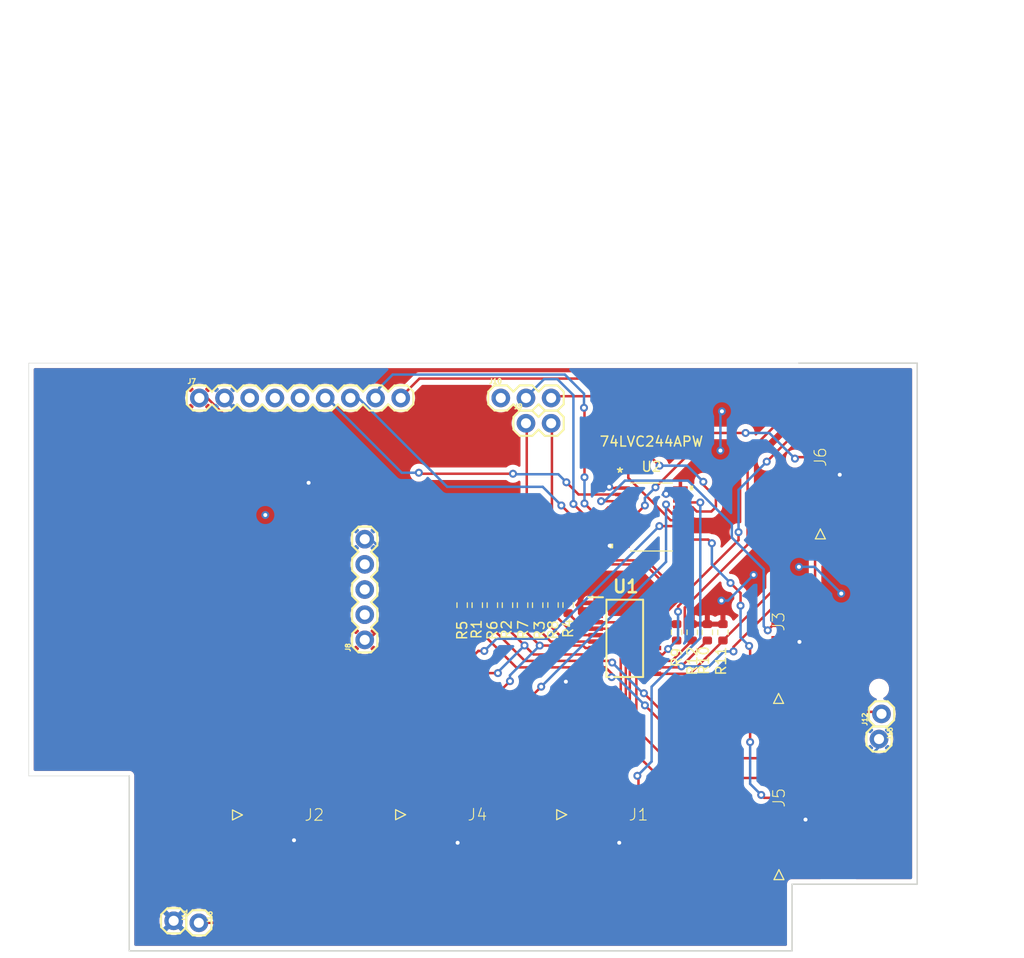
<source format=kicad_pcb>
(kicad_pcb (version 20211014) (generator pcbnew)
  (layers (0 "F.Cu" signal) (31 "B.Cu" signal) (34 "B.Paste" user) (35 "F.Paste" user) (36 "B.SilkS" user "B.Silkscreen") (37 "F.SilkS" user "F.Silkscreen") (38 "B.Mask" user) (39 "F.Mask" user) (44 "Edge.Cuts" user))
  (net 0 "")
  (net 1 "GND")
  (net 2 "/VSOLAR")
  (net 3 "/3V33")
  (net 4 "/SC3")
  (net 5 "/SD3")
  (net 6 "/MOSI")
  (net 7 "/SCK")
  (net 8 "/MISO")
  (net 9 "/PB23")
  (net 10 "/PB22")
  (net 11 "/PA20")
  (net 12 "/PA22")
  (net 13 "/PA17")
  (net 14 "/PA16")
  (net 15 "/PB17")
  (net 16 "/PB16")
  (net 17 "/PA19")
  (net 18 "/CS")
  (net 19 "/CLK")
  (net 20 "/RST")
  (net 21 "+3V3")
  (net 22 "/SD2")
  (net 23 "/SD1")
  (net 24 "/SD0")
  (net 25 "/SC2")
  (net 26 "/SC1")
  (net 27 "/SC0")
  (net 28 "/SC5")
  (net 29 "/SC4")
  (net 30 "/SD4")
  (net 31 "/SD5")
  (net 36 "/3V34")
  (net 37 "/3V35")
  (net 42 "/3V32")
  (net 43 "/3V31")
  (net 44 "/3V30")
  (footprint "SpresensePart2:1X01" (layer "F.Cu") (at 120.8532 149.352 -90)
    (fp_text reference "J16")
    (fp_text value "CONN_01")
  )
  (footprint "footprints:74LVC244APW" (layer "F.Cu") (at 166.5224 108.4072)
    (fp_text reference "U2")
    (fp_text value "74LVC244APW")
  )
  (footprint "Resistor_SMD:R_0603_1608Metric" (layer "F.Cu") (at 150.4696 117.2972 -90)
    (fp_text reference "R6")
    (fp_text value "10K" hide)
  )
  (footprint "Resistor_SMD:R_0603_1608Metric" (layer "F.Cu") (at 158.115 117.285 -90)
    (fp_text reference "R4")
    (fp_text value "10K" hide)
  )
  (footprint "SpresensePart2:1X09" (layer "F.Cu") (at 120.904 96.393)
    (fp_text reference "J7")
    (fp_text value "CONN_09")
  )
  (footprint "SpresensePart2:1X02" (layer "F.Cu") (at 153.8605 98.9457)
    (fp_text reference "J9")
    (fp_text value "CONN_02")
  )
  (footprint "LIB_TCA9548APWR:SOP65P640X120-24N" (layer "F.Cu") (at 163.83 120.65)
    (fp_text reference "U1")
    (fp_text value "TCA9548APWR" hide)
  )
  (footprint "SpresensePart2:2053380005" (layer "F.Cu") (at 132.4991 138.4681 180)
    (fp_text reference "J2")
    (fp_text value "5040500591")
  )
  (footprint "SpresensePart2:1X05" (layer "F.Cu") (at 137.5918 120.8024 90)
    (fp_text reference "J8")
    (fp_text value "CONN_05")
  )
  (footprint "LOGO" (layer "F.Cu") (at 113.7412 123.5964)
    (fp_text reference "G***" hide)
    (fp_text value "LOGO" hide)
  )
  (footprint "Resistor_SMD:R_0603_1608Metric" (layer "F.Cu") (at 147.4216 117.2972 -90)
    (fp_text reference "R5")
    (fp_text value "10K")
  )
  (footprint "SpresensePart2:1X03" (layer "F.Cu") (at 151.3205 96.393)
    (fp_text reference "J10")
    (fp_text value "455-1750-1-ND")
  )
  (footprint "Resistor_SMD:R_0603_1608Metric" (layer "F.Cu") (at 155.0416 117.2972 -90)
    (fp_text reference "R3")
    (fp_text value "10K" hide)
  )
  (footprint "Resistor_SMD:R_0603_1608Metric" (layer "F.Cu") (at 153.5176 117.2972 -90)
    (fp_text reference "R7")
    (fp_text value "10K" hide)
  )
  (footprint "LOGO" (layer "F.Cu") (at 130.6576 126.8984)
    (fp_text reference "G***" hide)
    (fp_text value "LOGO" hide)
  )
  (footprint "SpresensePart2:2053380005" (layer "F.Cu") (at 179.3494 118.9609 -90)
    (fp_text reference "J3")
    (fp_text value "5040500591")
  )
  (footprint "Resistor_SMD:R_0603_1608Metric" (layer "F.Cu") (at 173.736 120.0404 -90)
    (fp_text reference "R11")
    (fp_text value "10K" hide)
  )
  (footprint "Resistor_SMD:R_0603_1608Metric" (layer "F.Cu") (at 156.591 117.285 -90)
    (fp_text reference "R8")
    (fp_text value "10K" hide)
  )
  (footprint "SpresensePart2:2053380005" (layer "F.Cu") (at 183.5658 102.362 -90)
    (fp_text reference "J6")
    (fp_text value "5040500591")
  )
  (footprint "Resistor_SMD:R_0603_1608Metric" (layer "F.Cu") (at 148.9456 117.2972 -90)
    (fp_text reference "R1")
    (fp_text value "10K" hide)
  )
  (footprint "SpresensePart2:1X01" (layer "F.Cu") (at 118.3132 149.1488 -90)
    (fp_text reference "J11")
    (fp_text value "CONN_01")
  )
  (footprint "Resistor_SMD:R_0603_1608Metric" (layer "F.Cu") (at 172.1612 120.0404 -90)
    (fp_text reference "R10")
    (fp_text value "10K" hide)
  )
  (footprint "Resistor_SMD:R_0603_1608Metric" (layer "F.Cu") (at 170.6372 120.0404 -90)
    (fp_text reference "R12")
    (fp_text value "10K" hide)
  )
  (footprint "SpresensePart2:2053380005" (layer "F.Cu") (at 165.2143 138.4427 180)
    (fp_text reference "J1")
    (fp_text value "5040500591")
  )
  (footprint "SpresensePart2:2053380005" (layer "F.Cu") (at 148.9583 138.4427 180)
    (fp_text reference "J4")
    (fp_text value "5040500591")
  )
  (footprint "SpresensePart2:2053380005" (layer "F.Cu") (at 179.3875 136.7409 -90)
    (fp_text reference "J5")
    (fp_text value "5040500591")
  )
  (footprint "Resistor_SMD:R_0603_1608Metric" (layer "F.Cu") (at 151.9936 117.2972 -90)
    (fp_text reference "R2")
    (fp_text value "10K" hide)
  )
  (footprint "SpresensePart2:1X01" (layer "F.Cu") (at 189.738 128.27 90)
    (fp_text reference "J12")
    (fp_text value "CONN_01")
  )
  (footprint "SpresensePart2:1X01" (layer "F.Cu") (at 189.484 130.81 -90)
    (fp_text reference "J15")
    (fp_text value "CONN_01")
  )
  (footprint "Resistor_SMD:R_0603_1608Metric" (layer "F.Cu") (at 169.0624 120.0404 -90)
    (fp_text reference "R9")
    (fp_text value "10K" hide)
  )
  (gr_line (start 179.4891 151.9301) (end 114.2111 151.9301) (layer "F.SilkS") (width 0.001))
  (gr_line (start 114.2111 134.1501) (end 104.0511 134.0866) (layer "F.SilkS") (width 0.001))
  (gr_line (start 181.2671 93.0021) (end 192.6971 93.0021) (layer "F.SilkS") (width 0.001))
  (gr_line (start 114.2111 151.9301) (end 114.2111 134.1501) (layer "F.SilkS") (width 0.001))
  (gr_line (start 192.6971 144.5641) (end 179.4891 144.5641) (layer "F.SilkS") (width 0.001))
  (gr_line (start 179.4891 144.5641) (end 179.4891 151.9301) (layer "F.SilkS") (width 0.001))
  (gr_line (start 181.2671 76.2381) (end 181.2671 93.0021) (layer "F.SilkS") (width 0.001))
  (gr_line (start 192.6971 93.0021) (end 192.6971 144.5641) (layer "F.SilkS") (width 0.001))
  (gr_line (start 103.6828 134.5311) (end 113.8301 134.5311) (layer "Edge.Cuts") (width 0.05))
  (gr_circle (center 133.604 96.393) (end 134.104 96.393) (layer "Edge.Cuts") (width 0.001) (fill none))
  (gr_circle (center 131.064 96.393) (end 131.564 96.393) (layer "Edge.Cuts") (width 0.001) (fill none))
  (gr_line (start 113.8301 152.1841) (end 113.8301 134.5311) (layer "Edge.Cuts") (width 0.1524))
  (gr_circle (center 137.5918 115.7224) (end 138.0918 115.7224) (layer "Edge.Cuts") (width 0.001) (fill none))
  (gr_line (start 180.7083 152.1841) (end 113.8301 152.1841) (layer "Edge.Cuts") (width 0.1524))
  (gr_circle (center 156.4005 98.933) (end 156.9005 98.933) (layer "Edge.Cuts") (width 0.001) (fill none))
  (gr_line (start 181.3941 92.8751) (end 193.3321 92.8751) (layer "Edge.Cuts") (width 0.1524))
  (gr_circle (center 189.484 130.81) (end 189.992 130.81) (layer "Edge.Cuts") (width 0.001) (fill none))
  (gr_circle (center 151.3205 96.393) (end 151.8205 96.393) (layer "Edge.Cuts") (width 0.001) (fill none))
  (gr_circle (center 137.5918 120.8024) (end 138.0918 120.8024) (layer "Edge.Cuts") (width 0.001) (fill none))
  (gr_circle (center 189.484 125.73) (end 189.992 125.73) (layer "Edge.Cuts") (width 0.001) (fill none))
  (gr_circle (center 136.144 96.393) (end 136.644 96.393) (layer "Edge.Cuts") (width 0.001) (fill none))
  (gr_circle (center 137.5918 110.6424) (end 138.0918 110.6424) (layer "Edge.Cuts") (width 0.001) (fill none))
  (gr_circle (center 125.984 96.393) (end 126.484 96.393) (layer "Edge.Cuts") (width 0.001) (fill none))
  (gr_circle (center 138.684 96.393) (end 139.184 96.393) (layer "Edge.Cuts") (width 0.001) (fill none))
  (gr_line (start 180.7083 145.4531) (end 180.7083 152.1841) (layer "Edge.Cuts") (width 0.1524))
  (gr_circle (center 137.5918 113.1824) (end 138.0918 113.1824) (layer "Edge.Cuts") (width 0.001) (fill none))
  (gr_circle (center 153.8605 96.393) (end 154.3605 96.393) (layer "Edge.Cuts") (width 0.001) (fill none))
  (gr_line (start 193.3321 145.4531) (end 180.7083 145.4531) (layer "Edge.Cuts") (width 0.1524))
  (gr_circle (center 123.444 96.393) (end 123.944 96.393) (layer "Edge.Cuts") (width 0.001) (fill none))
  (gr_circle (center 128.524 96.393) (end 129.024 96.393) (layer "Edge.Cuts") (width 0.001) (fill none))
  (gr_circle (center 153.8605 98.933) (end 154.3605 98.933) (layer "Edge.Cuts") (width 0.001) (fill none))
  (gr_line (start 193.3321 92.8751) (end 193.3321 145.4531) (layer "Edge.Cuts") (width 0.1524))
  (gr_line (start 103.6828 92.8751) (end 103.6828 134.5311) (layer "Edge.Cuts") (width 0.05))
  (gr_circle (center 137.5918 118.2624) (end 138.0918 118.2624) (layer "Edge.Cuts") (width 0.001) (fill none))
  (gr_line (start 181.3941 92.8751) (end 103.6828 92.8751) (layer "Edge.Cuts") (width 0.05))
  (gr_circle (center 141.224 96.393) (end 141.724 96.393) (layer "Edge.Cuts") (width 0.001) (fill none))
  (gr_circle (center 120.904 96.393) (end 121.404 96.393) (layer "Edge.Cuts") (width 0.001) (fill none))
  (gr_circle (center 189.738 128.27) (end 190.246 128.27) (layer "Edge.Cuts") (width 0.001) (fill none))
  (gr_circle (center 156.4005 96.393) (end 156.9005 96.393) (layer "Edge.Cuts") (width 0.001) (fill none))
  (segment (start 163.6014 111.332198) (end 162.335398 111.332198) (width 0.25) (layer "F.Cu") (net 1))
  (segment (start 163.2143 138.4427) (end 163.2143 141.2179) (width 0.25) (layer "F.Cu") (net 1))
  (segment (start 163.6014 105.4822) (end 162.3782 105.4822) (width 0.25) (layer "F.Cu") (net 1))
  (segment (start 162.335398 111.332198) (end 162.306 111.3028) (width 0.25) (layer "F.Cu") (net 1))
  (segment (start 181.8701 138.7409) (end 182.0672 138.938) (width 0.25) (layer "F.Cu") (net 1))
  (segment (start 179.3875 138.7409) (end 181.8701 138.7409) (width 0.25) (layer "F.Cu") (net 1))
  (segment (start 163.2143 141.2179) (end 163.2712 141.2748) (width 0.25) (layer "F.Cu") (net 1))
  (segment (start 185.2996 104.362) (end 185.5216 104.14) (width 0.25) (layer "F.Cu") (net 1))
  (segment (start 146.9583 141.2687) (end 146.9644 141.2748) (width 0.25) (layer "F.Cu") (net 1))
  (segment (start 183.5658 104.362) (end 185.2996 104.362) (width 0.25) (layer "F.Cu") (net 1))
  (segment (start 168.057401 106.132201) (end 167.9956 106.0704) (width 0.25) (layer "F.Cu") (net 1))
  (segment (start 160.892 124.225) (end 158.6802 124.225) (width 0.25) (layer "F.Cu") (net 1))
  (segment (start 158.6802 124.225) (end 157.8864 125.0188) (width 0.25) (layer "F.Cu") (net 1))
  (segment (start 130.4991 140.9761) (end 130.4544 141.0208) (width 0.25) (layer "F.Cu") (net 1))
  (segment (start 162.3782 105.4822) (end 162.2552 105.3592) (width 0.25) (layer "F.Cu") (net 1))
  (segment (start 130.4991 138.4681) (end 130.4991 140.9761) (width 0.25) (layer "F.Cu") (net 1))
  (segment (start 146.9583 138.4427) (end 146.9583 141.2687) (width 0.25) (layer "F.Cu") (net 1))
  (segment (start 169.4434 106.132201) (end 168.057401 106.132201) (width 0.25) (layer "F.Cu") (net 1))
  (segment (start 179.3494 120.9609) (end 181.4129 120.9609) (width 0.25) (layer "F.Cu") (net 1))
  (segment (start 181.4129 120.9609) (end 181.4576 121.0056) (width 0.25) (layer "F.Cu") (net 1))
  (via (at 185.5216 104.14) (size 0.8) (drill 0.4) (layers "F.Cu" "B.Cu") (net 1))
  (via (at 162.2552 105.3592) (size 0.8) (drill 0.4) (layers "F.Cu" "B.Cu") (net 1))
  (via (at 146.9644 141.2748) (size 0.8) (drill 0.4) (layers "F.Cu" "B.Cu") (net 1))
  (via (at 157.8864 125.0188) (size 0.8) (drill 0.4) (layers "F.Cu" "B.Cu") (net 1))
  (via (at 130.4544 141.0208) (size 0.8) (drill 0.4) (layers "F.Cu" "B.Cu") (net 1))
  (via (at 163.2712 141.2748) (size 0.8) (drill 0.4) (layers "F.Cu" "B.Cu") (net 1))
  (via (at 167.9956 106.0704) (size 0.8) (drill 0.4) (layers "F.Cu" "B.Cu") (net 1))
  (via (at 162.306 111.3028) (size 0.8) (drill 0.4) (layers "F.Cu" "B.Cu") (net 1))
  (via (at 181.4576 121.0056) (size 0.8) (drill 0.4) (layers "F.Cu" "B.Cu") (net 1))
  (via (at 182.0672 138.938) (size 0.8) (drill 0.4) (layers "F.Cu" "B.Cu") (net 1))
  (via (at 131.9276 104.9528) (size 0.8) (drill 0.4) (layers "F.Cu" "B.Cu") (net 1))
  (segment (start 124.1044 97.1296) (end 124.0028 97.1296) (width 0.25) (layer "B.Cu") (net 1))
  (segment (start 131.9276 104.9528) (end 124.1044 97.1296) (width 0.25) (layer "B.Cu") (net 1))
  (segment (start 138.8872 111.3028) (end 138.4808 110.8964) (width 0.25) (layer "B.Cu") (net 1))
  (segment (start 182.155978 138.938) (end 189.584555 131.509423) (width 0.25) (layer "B.Cu") (net 1))
  (segment (start 162.306 111.3028) (end 138.8872 111.3028) (width 0.25) (layer "B.Cu") (net 1))
  (segment (start 182.0672 138.938) (end 182.155978 138.938) (width 0.25) (layer "B.Cu") (net 1))
  (segment (start 128.8796 142.5448) (end 128.8796 143.8474) (width 0.25) (layer "F.Cu") (net 2))
  (segment (start 171.1203 140.7409) (end 179.3875 140.7409) (width 0.25) (layer "F.Cu") (net 2))
  (segment (start 128.8796 142.5448) (end 137.0584 142.5448) (width 0.25) (layer "F.Cu") (net 2))
  (segment (start 161.2143 138.4427) (end 161.2143 142.0627) (width 0.25) (layer "F.Cu") (net 2))
  (segment (start 128.4991 142.1643) (end 128.8796 142.5448) (width 0.25) (layer "F.Cu") (net 2))
  (segment (start 157.6705 138.4427) (end 161.2143 138.4427) (width 0.25) (layer "F.Cu") (net 2))
  (segment (start 183.8452 128.0668) (end 188.8236 128.0668) (width 0.25) (layer "F.Cu") (net 2))
  (segment (start 168.8084 143.0528) (end 171.1203 140.7409) (width 0.25) (layer "F.Cu") (net 2))
  (segment (start 181.2036 133.9596) (end 181.2036 126.238) (width 0.25) (layer "F.Cu") (net 2))
  (segment (start 181.6359 122.9609) (end 183.0324 121.5644) (width 0.25) (layer "F.Cu") (net 2))
  (segment (start 183.0324 106.8954) (end 183.5658 106.362) (width 0.25) (layer "F.Cu") (net 2))
  (segment (start 183.7944 136.5504) (end 181.2036 133.9596) (width 0.25) (layer "F.Cu") (net 2))
  (segment (start 141.1605 138.4427) (end 144.9583 138.4427) (width 0.25) (layer "F.Cu") (net 2))
  (segment (start 153.4668 142.6464) (end 157.6705 138.4427) (width 0.25) (layer "F.Cu") (net 2))
  (segment (start 183.7944 139.5476) (end 183.7944 136.5504) (width 0.25) (layer "F.Cu") (net 2))
  (segment (start 162.2044 143.0528) (end 168.8084 143.0528) (width 0.25) (layer "F.Cu") (net 2))
  (segment (start 123.375 149.352) (end 120.8532 149.352) (width 0.25) (layer "F.Cu") (net 2))
  (segment (start 181.2036 126.238) (end 182.0164 126.238) (width 0.25) (layer "F.Cu") (net 2))
  (segment (start 179.3494 124.3838) (end 179.3494 122.9609) (width 0.25) (layer "F.Cu") (net 2))
  (segment (start 144.9583 141.6055) (end 145.9992 142.6464) (width 0.25) (layer "F.Cu") (net 2))
  (segment (start 144.9583 138.4427) (end 144.9583 141.6055) (width 0.25) (layer "F.Cu") (net 2))
  (segment (start 183.0324 121.5644) (end 183.0324 106.8954) (width 0.25) (layer "F.Cu") (net 2))
  (segment (start 145.9992 142.6464) (end 153.4668 142.6464) (width 0.25) (layer "F.Cu") (net 2))
  (segment (start 137.0584 142.5448) (end 141.1605 138.4427) (width 0.25) (layer "F.Cu") (net 2))
  (segment (start 161.2143 142.0627) (end 162.2044 143.0528) (width 0.25) (layer "F.Cu") (net 2))
  (segment (start 128.8796 143.8474) (end 123.375 149.352) (width 0.25) (layer "F.Cu") (net 2))
  (segment (start 182.0164 126.238) (end 183.8452 128.0668) (width 0.25) (layer "F.Cu") (net 2))
  (segment (start 181.2036 126.238) (end 179.3494 124.3838) (width 0.25) (layer "F.Cu") (net 2))
  (segment (start 182.6011 140.7409) (end 183.7944 139.5476) (width 0.25) (layer "F.Cu") (net 2))
  (segment (start 179.3494 122.9609) (end 181.6359 122.9609) (width 0.25) (layer "F.Cu") (net 2))
  (segment (start 179.3875 140.7409) (end 182.6011 140.7409) (width 0.25) (layer "F.Cu") (net 2))
  (segment (start 128.4991 138.4681) (end 128.4991 142.1643) (width 0.25) (layer "F.Cu") (net 2))
  (segment (start 176.4792 131.1148) (end 176.4792 121.5136) (width 0.25) (layer "F.Cu") (net 3))
  (segment (start 179.3875 136.7409) (end 177.8889 136.7409) (width 0.25) (layer "F.Cu") (net 3))
  (segment (start 176.4792 121.5136) (end 176.3776 121.412) (width 0.25) (layer "F.Cu") (net 3))
  (segment (start 172.6184 111.0488) (end 172.251802 110.682202) (width 0.25) (layer "F.Cu") (net 3))
  (segment (start 175.514 117.348) (end 175.514 116.078) (width 0.25) (layer "F.Cu") (net 3))
  (segment (start 175.514 116.078) (end 174.498 115.062) (width 0.25) (layer "F.Cu") (net 3))
  (segment (start 177.8889 136.7409) (end 177.5968 136.4488) (width 0.25) (layer "F.Cu") (net 3))
  (segment (start 172.251802 110.682202) (end 169.4434 110.682202) (width 0.25) (layer "F.Cu") (net 3))
  (via (at 177.5968 136.4488) (size 0.8) (drill 0.4) (layers "F.Cu" "B.Cu") (net 3))
  (via (at 176.4792 131.1148) (size 0.8) (drill 0.4) (layers "F.Cu" "B.Cu") (net 3))
  (via (at 172.6184 111.0488) (size 0.8) (drill 0.4) (layers "F.Cu" "B.Cu") (net 3))
  (via (at 174.498 115.062) (size 0.8) (drill 0.4) (layers "F.Cu" "B.Cu") (net 3))
  (via (at 176.3776 121.412) (size 0.8) (drill 0.4) (layers "F.Cu" "B.Cu") (net 3))
  (via (at 175.514 117.348) (size 0.8) (drill 0.4) (layers "F.Cu" "B.Cu") (net 3))
  (segment (start 175.514 120.5484) (end 175.514 117.348) (width 0.25) (layer "B.Cu") (net 3))
  (segment (start 176.4792 135.3312) (end 176.4792 131.1148) (width 0.25) (layer "B.Cu") (net 3))
  (segment (start 172.6184 113.1824) (end 172.6184 111.0488) (width 0.25) (layer "B.Cu") (net 3))
  (segment (start 177.5968 136.4488) (end 176.4792 135.3312) (width 0.25) (layer "B.Cu") (net 3))
  (segment (start 176.3776 121.412) (end 175.514 120.5484) (width 0.25) (layer "B.Cu") (net 3))
  (segment (start 174.498 115.062) (end 172.6184 113.1824) (width 0.25) (layer "B.Cu") (net 3))
  (segment (start 161.8795 123.575) (end 162.5092 124.2047) (width 0.25) (layer "F.Cu") (net 4))
  (segment (start 160.892 123.575) (end 152.8744 123.575) (width 0.25) (layer "F.Cu") (net 4))
  (segment (start 160.892 123.575) (end 161.8795 123.575) (width 0.25) (layer "F.Cu") (net 4))
  (segment (start 162.5092 124.2047) (end 162.5092 124.5616) (width 0.25) (layer "F.Cu") (net 4))
  (segment (start 165.862 127.4064) (end 171.958 133.5024) (width 0.25) (layer "F.Cu") (net 4))
  (segment (start 172.0088 133.5024) (end 173.2473 134.7409) (width 0.25) (layer "F.Cu") (net 4))
  (segment (start 171.958 133.5024) (end 172.0088 133.5024) (width 0.25) (layer "F.Cu") (net 4))
  (segment (start 173.2473 134.7409) (end 179.3875 134.7409) (width 0.25) (layer "F.Cu") (net 4))
  (segment (start 152.8744 123.575) (end 147.4216 118.1222) (width 0.25) (layer "F.Cu") (net 4))
  (via (at 162.5092 124.5616) (size 0.8) (drill 0.4) (layers "F.Cu" "B.Cu") (net 4))
  (via (at 165.862 127.4064) (size 0.8) (drill 0.4) (layers "F.Cu" "B.Cu") (net 4))
  (segment (start 162.5092 124.5616) (end 163.0172 124.5616) (width 0.25) (layer "B.Cu") (net 4))
  (segment (start 163.0172 124.5616) (end 165.862 127.4064) (width 0.25) (layer "B.Cu") (net 4))
  (segment (start 165.7604 126.1872) (end 172.3141 132.7409) (width 0.25) (layer "F.Cu") (net 5))
  (segment (start 162.3966 122.925) (end 162.56 123.0884) (width 0.25) (layer "F.Cu") (net 5))
  (segment (start 160.892 122.925) (end 153.7484 122.925) (width 0.25) (layer "F.Cu") (net 5))
  (segment (start 160.892 122.925) (end 162.3966 122.925) (width 0.25) (layer "F.Cu") (net 5))
  (segment (start 172.3141 132.7409) (end 179.3875 132.7409) (width 0.25) (layer "F.Cu") (net 5))
  (segment (start 153.7484 122.925) (end 148.9456 118.1222) (width 0.25) (layer "F.Cu") (net 5))
  (via (at 162.56 123.0884) (size 0.8) (drill 0.4) (layers "F.Cu" "B.Cu") (net 5))
  (via (at 165.7604 126.1872) (size 0.8) (drill 0.4) (layers "F.Cu" "B.Cu") (net 5))
  (segment (start 165.6588 126.1872) (end 165.7604 126.1872) (width 0.25) (layer "B.Cu") (net 5))
  (segment (start 162.56 123.0884) (end 165.6588 126.1872) (width 0.25) (layer "B.Cu") (net 5))
  (segment (start 143.1544 104.0384) (end 143.0528 103.9368) (width 0.25) (layer "F.Cu") (net 9))
  (segment (start 163.6014 106.132201) (end 159.167401 106.132201) (width 0.25) (layer "F.Cu") (net 9))
  (segment (start 152.5524 104.0384) (end 143.1544 104.0384) (width 0.25) (layer "F.Cu") (net 9))
  (segment (start 159.167401 106.132201) (end 157.9372 104.902) (width 0.25) (layer "F.Cu") (net 9))
  (via (at 152.5524 104.0384) (size 0.8) (drill 0.4) (layers "F.Cu" "B.Cu") (net 9))
  (via (at 157.9372 104.902) (size 0.8) (drill 0.4) (layers "F.Cu" "B.Cu") (net 9))
  (via (at 143.0528 103.9368) (size 0.8) (drill 0.4) (layers "F.Cu" "B.Cu") (net 9))
  (segment (start 143.0528 103.9368) (end 141.3256 103.9368) (width 0.25) (layer "B.Cu") (net 9))
  (segment (start 141.3256 103.9368) (end 134.366 96.9772) (width 0.25) (layer "B.Cu") (net 9))
  (segment (start 157.9372 104.902) (end 157.1244 104.0892) (width 0.25) (layer "B.Cu") (net 9))
  (segment (start 153.3144 104.0892) (end 152.6032 104.0892) (width 0.25) (layer "B.Cu") (net 9))
  (segment (start 152.6032 104.0892) (end 152.5524 104.0384) (width 0.25) (layer "B.Cu") (net 9))
  (segment (start 157.1244 104.0892) (end 153.3144 104.0892) (width 0.25) (layer "B.Cu") (net 9))
  (segment (start 163.6014 110.032198) (end 160.222598 110.032198) (width 0.25) (layer "F.Cu") (net 10))
  (segment (start 160.222598 110.032198) (end 157.4292 107.2388) (width 0.25) (layer "F.Cu") (net 10))
  (via (at 157.4292 107.2388) (size 0.8) (drill 0.4) (layers "F.Cu" "B.Cu") (net 10))
  (segment (start 155.5496 105.3592) (end 145.911776 105.3592) (width 0.25) (layer "B.Cu") (net 10))
  (segment (start 145.911776 105.3592) (end 136.84163 96.289054) (width 0.25) (layer "B.Cu") (net 10))
  (segment (start 157.4292 107.2388) (end 155.5496 105.3592) (width 0.25) (layer "B.Cu") (net 10))
  (segment (start 136.84163 96.289054) (end 136.84163 96.125161) (width 0.25) (layer "B.Cu") (net 10))
  (segment (start 136.84163 96.125161) (end 136.731744 96.015275) (width 0.25) (layer "B.Cu") (net 10))
  (segment (start 159.766 104.394) (end 159.766 97.4344) (width 0.25) (layer "F.Cu") (net 11))
  (segment (start 161.6964 107.8992) (end 160.6296 107.8992) (width 0.25) (layer "F.Cu") (net 11))
  (segment (start 162.163399 107.432201) (end 161.6964 107.8992) (width 0.25) (layer "F.Cu") (net 11))
  (segment (start 160.6296 107.8992) (end 159.766 107.0356) (width 0.25) (layer "F.Cu") (net 11))
  (segment (start 163.6014 107.432201) (end 162.163399 107.432201) (width 0.25) (layer "F.Cu") (net 11))
  (segment (start 159.766 97.4344) (end 159.7152 97.3836) (width 0.25) (layer "F.Cu") (net 11))
  (via (at 159.766 107.0356) (size 0.8) (drill 0.4) (layers "F.Cu" "B.Cu") (net 11))
  (via (at 159.766 104.394) (size 0.8) (drill 0.4) (layers "F.Cu" "B.Cu") (net 11))
  (via (at 159.7152 97.3836) (size 0.8) (drill 0.4) (layers "F.Cu" "B.Cu") (net 11))
  (segment (start 159.7152 97.3836) (end 159.7152 95.9612) (width 0.25) (layer "B.Cu") (net 11))
  (segment (start 159.766 107.0356) (end 159.766 104.394) (width 0.25) (layer "B.Cu") (net 11))
  (segment (start 159.7152 95.9612) (end 157.7848 94.0308) (width 0.25) (layer "B.Cu") (net 11))
  (segment (start 140.4112 94.0308) (end 139.0396 95.4024) (width 0.25) (layer "B.Cu") (net 11))
  (segment (start 139.0396 95.4024) (end 139.0396 95.504) (width 0.25) (layer "B.Cu") (net 11))
  (segment (start 157.7848 94.0308) (end 140.4112 94.0308) (width 0.25) (layer "B.Cu") (net 11))
  (segment (start 166.2684 102.1588) (end 166.2684 96.1644) (width 0.25) (layer "F.Cu") (net 12))
  (segment (start 164.5412 94.4372) (end 143.109313 94.4372) (width 0.25) (layer "F.Cu") (net 12))
  (segment (start 167.3352 103.2256) (end 166.2684 102.1588) (width 0.25) (layer "F.Cu") (net 12))
  (segment (start 173.0248 106.426) (end 173.0248 107.3912) (width 0.25) (layer "F.Cu") (net 12))
  (segment (start 171.7548 105.156) (end 173.0248 106.426) (width 0.25) (layer "F.Cu") (net 12))
  (segment (start 171.7548 104.8512) (end 171.7548 105.156) (width 0.25) (layer "F.Cu") (net 12))
  (segment (start 143.109313 94.4372) (end 141.681522 95.864991) (width 0.25) (layer "F.Cu") (net 12))
  (segment (start 170.678201 107.432201) (end 169.4434 107.432201) (width 0.25) (layer "F.Cu") (net 12))
  (segment (start 173.0248 107.3912) (end 172.5676 107.8484) (width 0.25) (layer "F.Cu") (net 12))
  (segment (start 171.0944 107.8484) (end 170.678201 107.432201) (width 0.25) (layer "F.Cu") (net 12))
  (segment (start 172.5676 107.8484) (end 171.0944 107.8484) (width 0.25) (layer "F.Cu") (net 12))
  (segment (start 166.2684 96.1644) (end 164.5412 94.4372) (width 0.25) (layer "F.Cu") (net 12))
  (via (at 167.3352 103.2256) (size 0.8) (drill 0.4) (layers "F.Cu" "B.Cu") (net 12))
  (via (at 171.7548 104.8512) (size 0.8) (drill 0.4) (layers "F.Cu" "B.Cu") (net 12))
  (segment (start 170.1292 103.2256) (end 167.3352 103.2256) (width 0.25) (layer "B.Cu") (net 12))
  (segment (start 171.7548 104.8512) (end 170.1292 103.2256) (width 0.25) (layer "B.Cu") (net 12))
  (segment (start 167.771 117.725) (end 168.8592 116.6368) (width 0.25) (layer "F.Cu") (net 13))
  (segment (start 157.0736 113.1824) (end 153.939965 110.048765) (width 0.25) (layer "F.Cu") (net 13))
  (segment (start 168.8592 116.1796) (end 165.862 113.1824) (width 0.25) (layer "F.Cu") (net 13))
  (segment (start 165.862 113.1824) (end 157.0736 113.1824) (width 0.25) (layer "F.Cu") (net 13))
  (segment (start 153.939965 99.64298) (end 153.958144 99.624801) (width 0.25) (layer "F.Cu") (net 13))
  (segment (start 153.939965 110.048765) (end 153.939965 99.64298) (width 0.25) (layer "F.Cu") (net 13))
  (segment (start 166.768 117.725) (end 167.771 117.725) (width 0.25) (layer "F.Cu") (net 13))
  (segment (start 168.8592 116.6368) (end 168.8592 116.1796) (width 0.25) (layer "F.Cu") (net 13))
  (segment (start 156.479965 111.830765) (end 156.479965 99.64298) (width 0.25) (layer "F.Cu") (net 14))
  (segment (start 169.2616 116.80348) (end 169.2616 116.01292) (width 0.25) (layer "F.Cu") (net 14))
  (segment (start 156.479965 99.64298) (end 156.498144 99.624801) (width 0.25) (layer "F.Cu") (net 14))
  (segment (start 166.02868 112.78) (end 157.4292 112.78) (width 0.25) (layer "F.Cu") (net 14))
  (segment (start 157.4292 112.78) (end 156.479965 111.830765) (width 0.25) (layer "F.Cu") (net 14))
  (segment (start 169.2616 116.01292) (end 166.02868 112.78) (width 0.25) (layer "F.Cu") (net 14))
  (segment (start 166.768 118.375) (end 167.69008 118.375) (width 0.25) (layer "F.Cu") (net 14))
  (segment (start 167.69008 118.375) (end 169.2616 116.80348) (width 0.25) (layer "F.Cu") (net 14))
  (segment (start 160.294198 108.732198) (end 158.6484 107.0864) (width 0.25) (layer "F.Cu") (net 16))
  (segment (start 163.6014 108.732198) (end 160.294198 108.732198) (width 0.25) (layer "F.Cu") (net 16))
  (via (at 158.6484 107.0864) (size 0.8) (drill 0.4) (layers "F.Cu" "B.Cu") (net 16))
  (segment (start 157.0228 94.488) (end 155.695013 94.488) (width 0.25) (layer "B.Cu") (net 16))
  (segment (start 158.6484 96.1136) (end 157.0228 94.488) (width 0.25) (layer "B.Cu") (net 16))
  (segment (start 158.6484 107.0864) (end 158.6484 96.1136) (width 0.25) (layer "B.Cu") (net 16))
  (segment (start 155.695013 94.488) (end 154.318022 95.864991) (width 0.25) (layer "B.Cu") (net 16))
  (segment (start 164.1856 104.461001) (end 164.1856 97.282) (width 0.25) (layer "F.Cu") (net 17))
  (segment (start 164.1856 97.282) (end 163.1188 96.2152) (width 0.25) (layer "F.Cu") (net 17))
  (segment (start 163.1188 96.2152) (end 157.3784 96.2152) (width 0.25) (layer "F.Cu") (net 17))
  (segment (start 169.4434 108.732201) (end 168.4568 108.732201) (width 0.25) (layer "F.Cu") (net 17))
  (segment (start 168.4568 108.732201) (end 164.1856 104.461001) (width 0.25) (layer "F.Cu") (net 17))
  (segment (start 121.60163 96.289054) (end 121.60163 96.125161) (width 0.25) (layer "F.Cu") (net 21))
  (segment (start 166.768 119.025) (end 168.872 119.025) (width 0.25) (layer "F.Cu") (net 21))
  (segment (start 166.768 117.075) (end 165.7805 117.075) (width 0.25) (layer "F.Cu") (net 21))
  (segment (start 168.872 119.025) (end 169.0624 119.2154) (width 0.25) (layer "F.Cu") (net 21))
  (segment (start 142.303 116.4722) (end 138.43 120.3452) (width 0.25) (layer "F.Cu") (net 21))
  (segment (start 127.5588 108.204) (end 127.5588 102.246224) (width 0.25) (layer "F.Cu") (net 21))
  (segment (start 127.5588 102.246224) (end 121.60163 96.289054) (width 0.25) (layer "F.Cu") (net 21))
  (segment (start 165.9134 119.025) (end 166.768 119.025) (width 0.25) (layer "F.Cu") (net 21))
  (segment (start 165.354 118.4656) (end 165.9134 119.025) (width 0.25) (layer "F.Cu") (net 21))
  (segment (start 121.60163 96.125161) (end 121.491744 96.015275) (width 0.25) (layer "F.Cu") (net 21))
  (segment (start 147.4216 116.4722) (end 142.303 116.4722) (width 0.25) (layer "F.Cu") (net 21))
  (segment (start 165.7805 117.075) (end 165.354 117.5015) (width 0.25) (layer "F.Cu") (net 21))
  (segment (start 165.354 117.5015) (end 165.354 118.4656) (width 0.25) (layer "F.Cu") (net 21))
  (via (at 185.674 116.1288) (size 0.8) (drill 0.4) (layers "F.Cu" "B.Cu") (net 21))
  (via (at 127.5588 108.204) (size 0.8) (drill 0.4) (layers "F.Cu" "B.Cu") (net 21))
  (via (at 173.5836 116.84) (size 0.8) (drill 0.4) (layers "F.Cu" "B.Cu") (net 21))
  (via (at 176.8348 114.2492) (size 0.8) (drill 0.4) (layers "F.Cu" "B.Cu") (net 21))
  (via (at 173.482 101.7016) (size 0.8) (drill 0.4) (layers "F.Cu" "B.Cu") (net 21))
  (via (at 181.4068 113.4364) (size 0.8) (drill 0.4) (layers "F.Cu" "B.Cu") (net 21))
  (via (at 173.6344 97.7392) (size 0.8) (drill 0.4) (layers "F.Cu" "B.Cu") (net 21))
  (segment (start 173.482 101.7016) (end 173.482 97.8916) (width 0.25) (layer "B.Cu") (net 21))
  (segment (start 182.9816 113.4364) (end 185.674 116.1288) (width 0.25) (layer "B.Cu") (net 21))
  (segment (start 173.5836 116.84) (end 174.244 116.84) (width 0.25) (layer "B.Cu") (net 21))
  (segment (start 174.244 116.84) (end 176.8348 114.2492) (width 0.25) (layer "B.Cu") (net 21))
  (segment (start 173.482 97.8916) (end 173.6344 97.7392) (width 0.25) (layer "B.Cu") (net 21))
  (segment (start 181.4068 113.4364) (end 182.9816 113.4364) (width 0.25) (layer "B.Cu") (net 21))
  (segment (start 152.2476 124.968) (end 138.7475 138.4681) (width 0.25) (layer "F.Cu") (net 22))
  (segment (start 138.7475 138.4681) (end 136.4991 138.4681) (width 0.25) (layer "F.Cu") (net 22))
  (segment (start 159.6136 121.3774) (end 155.2488 121.3774) (width 0.25) (layer "F.Cu") (net 22))
  (segment (start 155.2488 121.3774) (end 151.9936 118.1222) (width 0.25) (layer "F.Cu") (net 22))
  (segment (start 160.892 121.625) (end 159.8612 121.625) (width 0.25) (layer "F.Cu") (net 22))
  (segment (start 159.8612 121.625) (end 159.6136 121.3774) (width 0.25) (layer "F.Cu") (net 22))
  (via (at 152.2476 124.968) (size 0.8) (drill 0.4) (layers "F.Cu" "B.Cu") (net 22))
  (via (at 155.2488 121.3774) (size 0.8) (drill 0.4) (layers "F.Cu" "B.Cu") (net 22))
  (segment (start 152.2476 124.3786) (end 152.2476 124.968) (width 0.25) (layer "B.Cu") (net 22))
  (segment (start 155.2488 121.3774) (end 152.2476 124.3786) (width 0.25) (layer "B.Cu") (net 22))
  (segment (start 161.8997 120.3452) (end 163.5252 120.3452) (width 0.25) (layer "F.Cu") (net 23))
  (segment (start 163.9356 120.7556) (end 163.9356 127.3008) (width 0.25) (layer "F.Cu") (net 23))
  (segment (start 160.892 120.325) (end 157.2444 120.325) (width 0.25) (layer "F.Cu") (net 23))
  (segment (start 157.2444 120.325) (end 155.0416 118.1222) (width 0.25) (layer "F.Cu") (net 23))
  (segment (start 152.9583 138.2781) (end 152.9583 138.4427) (width 0.25) (layer "F.Cu") (net 23))
  (segment (start 163.5252 120.3452) (end 163.9356 120.7556) (width 0.25) (layer "F.Cu") (net 23))
  (segment (start 163.9356 127.3008) (end 152.9583 138.2781) (width 0.25) (layer "F.Cu") (net 23))
  (segment (start 161.8795 120.325) (end 161.8997 120.3452) (width 0.25) (layer "F.Cu") (net 23))
  (segment (start 160.892 120.325) (end 161.8795 120.325) (width 0.25) (layer "F.Cu") (net 23))
  (segment (start 164.9984 119.7864) (end 164.9984 129.794) (width 0.25) (layer "F.Cu") (net 24))
  (segment (start 164.237 119.025) (end 164.9984 119.7864) (width 0.25) (layer "F.Cu") (net 24))
  (segment (start 159.03 119.025) (end 158.115 118.11) (width 0.25) (layer "F.Cu") (net 24))
  (segment (start 169.2143 134.0099) (end 169.2143 138.4427) (width 0.25) (layer "F.Cu") (net 24))
  (segment (start 160.892 119.025) (end 159.03 119.025) (width 0.25) (layer "F.Cu") (net 24))
  (segment (start 164.9984 129.794) (end 169.2143 134.0099) (width 0.25) (layer "F.Cu") (net 24))
  (segment (start 160.892 119.025) (end 164.237 119.025) (width 0.25) (layer "F.Cu") (net 24))
  (segment (start 148.812 124.1552) (end 134.4991 138.4681) (width 0.25) (layer "F.Cu") (net 25))
  (segment (start 154.6224 122.275) (end 153.7147 121.3673) (width 0.25) (layer "F.Cu") (net 25))
  (segment (start 153.7147 121.3673) (end 150.4696 118.1222) (width 0.25) (layer "F.Cu") (net 25))
  (segment (start 160.892 122.275) (end 154.6224 122.275) (width 0.25) (layer "F.Cu") (net 25))
  (segment (start 151.0284 124.1552) (end 148.812 124.1552) (width 0.25) (layer "F.Cu") (net 25))
  (via (at 153.7147 121.3673) (size 0.8) (drill 0.4) (layers "F.Cu" "B.Cu") (net 25))
  (via (at 151.0284 124.1552) (size 0.8) (drill 0.4) (layers "F.Cu" "B.Cu") (net 25))
  (segment (start 151.0284 124.0536) (end 151.0284 124.1552) (width 0.25) (layer "B.Cu") (net 25))
  (segment (start 153.7147 121.3673) (end 151.0284 124.0536) (width 0.25) (layer "B.Cu") (net 25))
  (segment (start 160.892 120.975) (end 162.6818 120.975) (width 0.25) (layer "F.Cu") (net 26))
  (segment (start 163.4236 121.7168) (end 163.4236 125.9774) (width 0.25) (layer "F.Cu") (net 26))
  (segment (start 160.892 120.975) (end 156.3704 120.975) (width 0.25) (layer "F.Cu") (net 26))
  (segment (start 156.3704 120.975) (end 153.5176 118.1222) (width 0.25) (layer "F.Cu") (net 26))
  (segment (start 162.6818 120.975) (end 163.4236 121.7168) (width 0.25) (layer "F.Cu") (net 26))
  (segment (start 163.4236 125.9774) (end 150.9583 138.4427) (width 0.25) (layer "F.Cu") (net 26))
  (segment (start 160.892 119.675) (end 161.8795 119.675) (width 0.25) (layer "F.Cu") (net 27))
  (segment (start 161.8795 119.675) (end 161.8893 119.6848) (width 0.25) (layer "F.Cu") (net 27))
  (segment (start 161.8893 119.6848) (end 164.1348 119.6848) (width 0.25) (layer "F.Cu") (net 27))
  (segment (start 156.591 118.11) (end 158.156 119.675) (width 0.25) (layer "F.Cu") (net 27))
  (segment (start 158.156 119.675) (end 160.892 119.675) (width 0.25) (layer "F.Cu") (net 27))
  (segment (start 167.2143 134.5499) (end 167.2143 138.4427) (width 0.25) (layer "F.Cu") (net 27))
  (segment (start 164.338 119.888) (end 164.338 131.6736) (width 0.25) (layer "F.Cu") (net 27))
  (segment (start 164.1348 119.6848) (end 164.338 119.888) (width 0.25) (layer "F.Cu") (net 27))
  (segment (start 164.338 131.6736) (end 167.2143 134.5499) (width 0.25) (layer "F.Cu") (net 27))
  (segment (start 168.2049 121.7229) (end 169.0624 120.8654) (width 0.25) (layer "F.Cu") (net 28))
  (segment (start 180.6128 100.362) (end 178.1556 102.8192) (width 0.25) (layer "F.Cu") (net 28))
  (segment (start 170.02246 116.6117) (end 169.2079 117.42626) (width 0.25) (layer "F.Cu") (net 28))
  (segment (start 183.5658 100.362) (end 180.6128 100.362) (width 0.25) (layer "F.Cu") (net 28))
  (segment (start 166.768 122.275) (end 167.6528 122.275) (width 0.25) (layer "F.Cu") (net 28))
  (segment (start 169.2079 117.42626) (end 169.2079 117.9576) (width 0.25) (layer "F.Cu") (net 28))
  (segment (start 170.02246 116.02206) (end 170.02246 116.6117) (width 0.25) (layer "F.Cu") (net 28))
  (segment (start 175.3108 109.9312) (end 175.3108 110.73372) (width 0.25) (layer "F.Cu") (net 28))
  (segment (start 175.3108 110.73372) (end 170.02246 116.02206) (width 0.25) (layer "F.Cu") (net 28))
  (segment (start 167.6528 122.275) (end 168.2049 121.7229) (width 0.25) (layer "F.Cu") (net 28))
  (via (at 175.3108 109.9312) (size 0.8) (drill 0.4) (layers "F.Cu" "B.Cu") (net 28))
  (via (at 178.1556 102.8192) (size 0.8) (drill 0.4) (layers "F.Cu" "B.Cu") (net 28))
  (via (at 168.2049 121.7229) (size 0.8) (drill 0.4) (layers "F.Cu" "B.Cu") (net 28))
  (via (at 169.2079 117.9576) (size 0.8) (drill 0.4) (layers "F.Cu" "B.Cu") (net 28))
  (segment (start 175.3108 105.664) (end 175.3108 109.9312) (width 0.25) (layer "B.Cu") (net 28))
  (segment (start 169.2079 120.7199) (end 168.2049 121.7229) (width 0.25) (layer "B.Cu") (net 28))
  (segment (start 178.1556 102.8192) (end 175.3108 105.664) (width 0.25) (layer "B.Cu") (net 28))
  (segment (start 169.2079 117.9576) (end 169.2079 120.7199) (width 0.25) (layer "B.Cu") (net 28))
  (segment (start 166.768 123.575) (end 169.4516 123.575) (width 0.25) (layer "F.Cu") (net 29))
  (segment (start 174.8028 121.9708) (end 174.8028 121.5075) (width 0.25) (layer "F.Cu") (net 29))
  (segment (start 172.1612 120.8654) (end 169.5511 123.4755) (width 0.25) (layer "F.Cu") (net 29))
  (segment (start 169.4516 123.575) (end 169.5511 123.4755) (width 0.25) (layer "F.Cu") (net 29))
  (segment (start 174.8028 121.5075) (end 179.3494 116.9609) (width 0.25) (layer "F.Cu") (net 29))
  (via (at 174.8028 121.9708) (size 0.8) (drill 0.4) (layers "F.Cu" "B.Cu") (net 29))
  (via (at 169.5511 123.4755) (size 0.8) (drill 0.4) (layers "F.Cu" "B.Cu") (net 29))
  (segment (start 173.8376 121.9708) (end 172.3329 123.4755) (width 0.25) (layer "B.Cu") (net 29))
  (segment (start 174.8028 121.9708) (end 173.8376 121.9708) (width 0.25) (layer "B.Cu") (net 29))
  (segment (start 172.3329 123.4755) (end 169.5511 123.4755) (width 0.25) (layer "B.Cu") (net 29))
  (segment (start 170.415 124.225) (end 173.736 120.904) (width 0.25) (layer "F.Cu") (net 30))
  (segment (start 179.3494 115.252) (end 179.3494 114.9609) (width 0.25) (layer "F.Cu") (net 30))
  (segment (start 173.736 120.904) (end 173.736 120.8654) (width 0.25) (layer "F.Cu") (net 30))
  (segment (start 173.736 120.8654) (end 179.3494 115.252) (width 0.25) (layer "F.Cu") (net 30))
  (segment (start 166.768 124.225) (end 170.415 124.225) (width 0.25) (layer "F.Cu") (net 30))
  (segment (start 179.8188 98.362) (end 183.5658 98.362) (width 0.25) (layer "F.Cu") (net 31))
  (segment (start 166.768 122.925) (end 168.5776 122.925) (width 0.25) (layer "F.Cu") (net 31))
  (segment (start 169.8848 117.5416) (end 176.2252 111.2012) (width 0.25) (layer "F.Cu") (net 31))
  (segment (start 176.2252 111.2012) (end 176.2252 101.9556) (width 0.25) (layer "F.Cu") (net 31))
  (segment (start 170.6372 120.8654) (end 169.8848 120.113) (width 0.25) (layer "F.Cu") (net 31))
  (segment (start 176.2252 101.9556) (end 179.8188 98.362) (width 0.25) (layer "F.Cu") (net 31))
  (segment (start 169.8848 120.113) (end 169.8848 117.5416) (width 0.25) (layer "F.Cu") (net 31))
  (segment (start 168.5776 122.925) (end 170.6372 120.8654) (width 0.25) (layer "F.Cu") (net 31))
  (segment (start 163.574498 106.809101) (end 163.6014 106.782199) (width 0.25) (layer "F.Cu") (net 36))
  (segment (start 179.3494 118.9609) (end 179.1335 118.9609) (width 0.25) (layer "F.Cu") (net 36))
  (segment (start 161.4424 106.809101) (end 163.574498 106.809101) (width 0.25) (layer "F.Cu") (net 36))
  (segment (start 179.1335 118.9609) (end 178.2572 119.8372) (width 0.25) (layer "F.Cu") (net 36))
  (via (at 178.2572 119.8372) (size 0.8) (drill 0.4) (layers "F.Cu" "B.Cu") (net 36))
  (via (at 161.4424 106.809101) (size 0.8) (drill 0.4) (layers "F.Cu" "B.Cu") (net 36))
  (segment (start 177.8508 113.6904) (end 174.6334 110.473) (width 0.25) (layer "B.Cu") (net 36))
  (segment (start 174.6334 109.1522) (end 170.2138 104.7326) (width 0.25) (layer "B.Cu") (net 36))
  (segment (start 163.847 104.7326) (end 161.770499 106.809101) (width 0.25) (layer "B.Cu") (net 36))
  (segment (start 170.2138 104.7326) (end 163.847 104.7326) (width 0.25) (layer "B.Cu") (net 36))
  (segment (start 161.770499 106.809101) (end 161.4424 106.809101) (width 0.25) (layer "B.Cu") (net 36))
  (segment (start 177.8508 119.4308) (end 177.8508 113.6904) (width 0.25) (layer "B.Cu") (net 36))
  (segment (start 178.2572 119.8372) (end 177.8508 119.4308) (width 0.25) (layer "B.Cu") (net 36))
  (segment (start 174.6334 110.473) (end 174.6334 109.1522) (width 0.25) (layer "B.Cu") (net 36))
  (segment (start 165.018601 108.082199) (end 165.862 107.2388) (width 0.25) (layer "F.Cu") (net 37))
  (segment (start 166.9288 105.41) (end 172.4152 99.9236) (width 0.25) (layer "F.Cu") (net 37))
  (segment (start 163.6014 108.082199) (end 165.018601 108.082199) (width 0.25) (layer "F.Cu") (net 37))
  (segment (start 172.4152 99.9236) (end 176.022 99.9236) (width 0.25) (layer "F.Cu") (net 37))
  (segment (start 181.1528 102.362) (end 183.5658 102.362) (width 0.25) (layer "F.Cu") (net 37))
  (segment (start 181.0004 102.5144) (end 181.1528 102.362) (width 0.25) (layer "F.Cu") (net 37))
  (via (at 181.0004 102.5144) (size 0.8) (drill 0.4) (layers "F.Cu" "B.Cu") (net 37))
  (via (at 165.862 107.2388) (size 0.8) (drill 0.4) (layers "F.Cu" "B.Cu") (net 37))
  (via (at 176.022 99.9236) (size 0.8) (drill 0.4) (layers "F.Cu" "B.Cu") (net 37))
  (via (at 166.9288 105.41) (size 0.8) (drill 0.4) (layers "F.Cu" "B.Cu") (net 37))
  (segment (start 176.022 99.9236) (end 178.4096 99.9236) (width 0.25) (layer "B.Cu") (net 37))
  (segment (start 165.862 107.2388) (end 165.862 106.4768) (width 0.25) (layer "B.Cu") (net 37))
  (segment (start 165.862 106.4768) (end 166.9288 105.41) (width 0.25) (layer "B.Cu") (net 37))
  (segment (start 178.4096 99.9236) (end 181.0004 102.5144) (width 0.25) (layer "B.Cu") (net 37))
  (segment (start 167.3187 109.3216) (end 169.382798 109.3216) (width 0.25) (layer "F.Cu") (net 42))
  (segment (start 169.382798 109.3216) (end 169.4434 109.382202) (width 0.25) (layer "F.Cu") (net 42))
  (segment (start 132.4991 138.4681) (end 149.0472 121.92) (width 0.25) (layer "F.Cu") (net 42))
  (segment (start 149.0472 121.92) (end 149.6568 121.92) (width 0.25) (layer "F.Cu") (net 42))
  (via (at 167.3187 109.3216) (size 0.8) (drill 0.4) (layers "F.Cu" "B.Cu") (net 42))
  (via (at 149.6568 121.92) (size 0.8) (drill 0.4) (layers "F.Cu" "B.Cu") (net 42))
  (segment (start 149.6568 121.92) (end 150.8869 120.6899) (width 0.25) (layer "B.Cu") (net 42))
  (segment (start 155.9504 120.6899) (end 167.3187 109.3216) (width 0.25) (layer "B.Cu") (net 42))
  (segment (start 150.8869 120.6899) (end 155.9504 120.6899) (width 0.25) (layer "B.Cu") (net 42))
  (segment (start 168.624201 108.082202) (end 169.4434 108.082202) (width 0.25) (layer "F.Cu") (net 43))
  (segment (start 148.9583 131.9657) (end 155.3972 125.5268) (width 0.25) (layer "F.Cu") (net 43))
  (segment (start 167.9956 107.1372) (end 167.9956 107.453601) (width 0.25) (layer "F.Cu") (net 43))
  (segment (start 148.9583 138.4427) (end 148.9583 131.9657) (width 0.25) (layer "F.Cu") (net 43))
  (segment (start 167.9956 107.453601) (end 168.624201 108.082202) (width 0.25) (layer "F.Cu") (net 43))
  (via (at 167.9956 107.1372) (size 0.8) (drill 0.4) (layers "F.Cu" "B.Cu") (net 43))
  (via (at 155.3972 125.5268) (size 0.8) (drill 0.4) (layers "F.Cu" "B.Cu") (net 43))
  (segment (start 155.3972 125.5268) (end 167.9956 112.9284) (width 0.25) (layer "B.Cu") (net 43))
  (segment (start 167.9956 112.9284) (end 167.9956 107.1372) (width 0.25) (layer "B.Cu") (net 43))
  (segment (start 165.2143 134.6327) (end 165.1 134.5184) (width 0.25) (layer "F.Cu") (net 44))
  (segment (start 165.2143 138.4427) (end 165.2143 134.6327) (width 0.25) (layer "F.Cu") (net 44))
  (segment (start 169.595198 106.934) (end 169.4434 106.782202) (width 0.25) (layer "F.Cu") (net 44))
  (segment (start 171.45 106.934) (end 169.595198 106.934) (width 0.25) (layer "F.Cu") (net 44))
  (via (at 171.45 106.934) (size 0.8) (drill 0.4) (layers "F.Cu" "B.Cu") (net 44))
  (via (at 165.1 134.5184) (size 0.8) (drill 0.4) (layers "F.Cu" "B.Cu") (net 44))
  (segment (start 166.5394 125.529211) (end 171.45 120.618611) (width 0.25) (layer "B.Cu") (net 44))
  (segment (start 165.1 134.5184) (end 166.5394 133.079) (width 0.25) (layer "B.Cu") (net 44))
  (segment (start 171.45 120.618611) (end 171.45 106.934) (width 0.25) (layer "B.Cu") (net 44))
  (segment (start 166.5394 133.079) (end 166.5394 125.529211) (width 0.25) (layer "B.Cu") (net 44))
  (zone (net 21) (net_name "+3V3") (layer "F.Cu") (connect_pads (clearance 0.508)) (min_thickness 0.254) (fill yes (thermal_gap 0.508) (thermal_bridge_width 0.508))
    (polygon (pts (xy 204.1144 152.0444) (xy 100.7872 152.654) (xy 100.7872 56.388) (xy 202.3364 56.2356)))
  )
  (zone (net 1) (net_name "GND") (layer "B.Cu") (connect_pads (clearance 0.508)) (min_thickness 0.254) (fill yes (thermal_gap 0.508) (thermal_bridge_width 0.508))
    (polygon (pts (xy 203.962 152.5016) (xy 100.8888 152.908) (xy 100.7872 56.2864) (xy 202.0316 56.2864)))
  )
)
</source>
